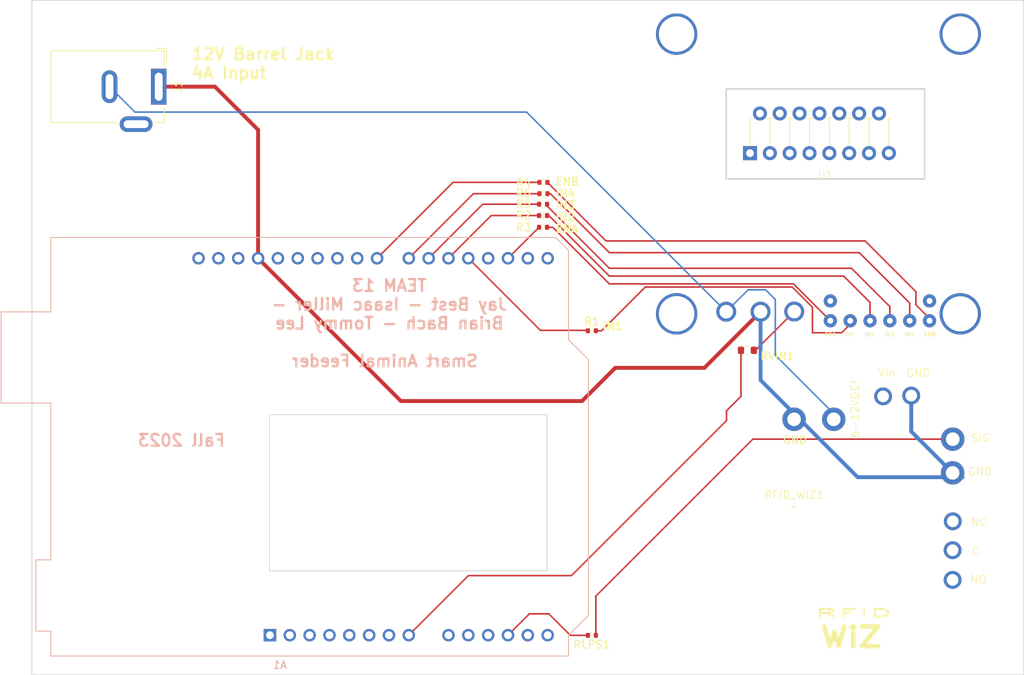
<source format=kicad_pcb>
(kicad_pcb (version 20221018) (generator pcbnew)
  (layers (0 "F.Cu" signal) (31 "B.Cu" signal) (34 "B.Paste" user) (35 "F.Paste" user) (36 "B.SilkS" user "B.Silkscreen") (37 "F.SilkS" user "F.Silkscreen") (38 "B.Mask" user) (39 "F.Mask" user) (44 "Edge.Cuts" user))
  (net 0 "")
  (net 8 "GND")
  (net 15 "Net-(A1-VIN)")
  (net 28 "/Motor voltage 2 -")
  (net 29 "/Motor voltage 2 +")
  (net 31 "Net-(U1-IN1)")
  (net 32 "Net-(A1-D7)")
  (net 33 "Net-(A1-D6)")
  (net 34 "Net-(U1-EnA)")
  (net 35 "Net-(U1-IN2)")
  (net 36 "Net-(U1-IN3)")
  (net 37 "Net-(U1-EnB)")
  (net 38 "Net-(U1-IN4)")
  (net 39 "Net-(A1-D8)")
  (net 41 "Net-(U1-Vs)")
  (net 42 "unconnected-(A1-D12-Pad27)")
  (net 43 "Net-(A1-A3)")
  (net 44 "/12V Power Supply Input; 4A")
  (net 45 "/m ctrl 2")
  (net 46 "/m ctrl 1")
  (net 47 "/enable pin A")
  (net 48 "Net-(RFID_WIZ1-SIG)")
  (net 49 "/Motor voltage 1 -")
  (net 50 "/Motor voltage 1 +")
  (footprint "Connector_BarrelJack:BarrelJack_GCT_DCJ200-10-A_Horizontal" (layer "F.Cu") (at 115.3 23.75 -90)
    (fp_text reference "J1" (at 0 -2.5 90) (layer "F.SilkS"))
    (fp_text value "Barrel_Jack")
    (fp_line (start -4.9 -1) (end -4.9 0.3) (stroke (width 0.12)) (layer "F.SilkS"))
    (fp_line (start -4.6 -0.7) (end -2.6 -0.7) (stroke (width 0.12)) (layer "F.SilkS"))
    (fp_line (start -4.6 13.8) (end -4.6 -0.7) (stroke (width 0.12)) (layer "F.SilkS"))
    (fp_line (start -3.2 -1) (end -4.9 -1) (stroke (width 0.12)) (layer "F.SilkS"))
    (fp_line (start 2.6 -0.7) (end 4.6 -0.7) (stroke (width 0.12)) (layer "F.SilkS"))
    (fp_line (start 4.6 -0.7) (end 4.6 0.6) (stroke (width 0.12)) (layer "F.SilkS"))
    (fp_line (start 4.6 5.2) (end 4.6 13.8) (stroke (width 0.12)) (layer "F.SilkS"))
    (fp_line (start 4.6 13.8) (end -4.6 13.8) (stroke (width 0.12)) (layer "F.SilkS"))
    (pad "1" thru_hole rect (at 0 0 270) (size 4.6 2) (drill oval 3.6 1) (layers "*.Cu" "*.Mask") (net 8 "GND"))
    (pad "2" thru_hole oval (at 0 6.3 270) (size 4.2 2) (drill oval 3.2 1) (layers "*.Cu" "*.Mask") (net 44 "/12V Power Supply Input; 4A"))
    (pad "3" thru_hole oval (at 4.8 2.9 270) (size 2 4.2) (drill oval 1 3.2) (layers "*.Cu" "*.Mask"))
  )
  (footprint "Resistor_SMD:R_0402_1005Metric" (layer "F.Cu") (at 164.51 38.8)
    (fp_text reference "R5" (at -2.51 0) (layer "F.SilkS"))
    (fp_text value "R_US" hide)
    (fp_line (start -0.153641 -0.38) (end 0.153641 -0.38) (stroke (width 0.12)) (layer "F.SilkS"))
    (fp_line (start -0.153641 0.38) (end 0.153641 0.38) (stroke (width 0.12)) (layer "F.SilkS"))
    (pad "1" smd roundrect (at -0.51 0) (size 0.54 0.64) (layers "F.Cu" "F.Paste" "F.Mask") (net 33 "Net-(A1-D6)"))
    (pad "2" smd roundrect (at 0.51 0) (size 0.54 0.64) (layers "F.Cu" "F.Paste" "F.Mask") (net 36 "Net-(U1-IN3)"))
  )
  (footprint "Resistor_SMD:R_0402_1005Metric" (layer "F.Cu") (at 170.76 55)
    (fp_text reference "R1" (at 0 -1.17) (layer "F.SilkS"))
    (fp_text value "R_US" hide)
    (fp_line (start -0.153641 -0.38) (end 0.153641 -0.38) (stroke (width 0.12)) (layer "F.SilkS"))
    (fp_line (start -0.153641 0.38) (end 0.153641 0.38) (stroke (width 0.12)) (layer "F.SilkS"))
    (pad "1" smd roundrect (at -0.51 0) (size 0.54 0.64) (layers "F.Cu" "F.Paste" "F.Mask") (net 46 "/m ctrl 1"))
    (pad "2" smd roundrect (at 0.51 0) (size 0.54 0.64) (layers "F.Cu" "F.Paste" "F.Mask") (net 31 "Net-(U1-IN1)"))
  )
  (footprint "Resistor_SMD:R_0402_1005Metric" (layer "F.Cu") (at 170.76 94 180)
    (fp_text reference "RLPS1" (at 0 -1.17) (layer "F.SilkS"))
    (fp_text value "R_Small_US" hide)
    (fp_line (start -0.153641 -0.38) (end 0.153641 -0.38) (stroke (width 0.12)) (layer "F.SilkS"))
    (fp_line (start -0.153641 0.38) (end 0.153641 0.38) (stroke (width 0.12)) (layer "F.SilkS"))
    (pad "1" smd roundrect (at -0.51 0 180) (size 0.54 0.64) (layers "F.Cu" "F.Paste" "F.Mask") (net 48 "Net-(RFID_WIZ1-SIG)"))
    (pad "2" smd roundrect (at 0.51 0 180) (size 0.54 0.64) (layers "F.Cu" "F.Paste" "F.Mask") (net 43 "Net-(A1-A3)"))
  )
  (footprint "RFID:L298N" (layer "F.Cu") (at 200.66 35.56)
    (fp_text reference "U1" (at 0 -0.5 unlocked) (layer "F.SilkS") (effects (font (thickness 0.1))))
    (fp_text value "L298N")
    (fp_text user "IN4" (at 10.033 20.193 unlocked) (layer "F.SilkS") (effects (font (size 0.5 0.5) (thickness 0.1)) (justify left bottom)))
    (fp_text user "IN2" (at 4.953 20.193 unlocked) (layer "F.SilkS") (effects (font (size 0.5 0.5) (thickness 0.1)) (justify left bottom)))
    (fp_text user "ENA" (at -0.127 20.193 unlocked) (layer "F.SilkS") (effects (font (size 0.5 0.5) (thickness 0.1)) (justify left bottom)))
    (fp_text user "ENB" (at 12.573 20.193 unlocked) (layer "F.SilkS") (effects (font (size 0.5 0.5) (thickness 0.1)) (justify left bottom)))
    (fp_text user "IN1" (at 2.413 20.193 unlocked) (layer "F.SilkS") (effects (font (size 0.5 0.5) (thickness 0.1)) (justify left bottom)))
    (fp_text user "IN3" (at 7.493 20.193 unlocked) (layer "F.SilkS") (effects (font (size 0.5 0.5) (thickness 0.1)) (justify left bottom)))
    (fp_line (start -9.652 -7.761) (end -9.652 -4.352) (stroke (width 0.12)) (layer "F.SilkS"))
    (fp_line (start -7.457 -7.761) (end -6.766 -7.761) (stroke (width 0.12)) (layer "F.SilkS"))
    (fp_line (start -7.112 -7.761) (end -7.112 -4.367) (stroke (width 0.12)) (layer "F.SilkS"))
    (fp_line (start -4.917 -7.761) (end -4.226 -7.761) (stroke (width 0.12)) (layer "F.SilkS"))
    (fp_line (start -4.572 -7.761) (end -4.572 -4.367) (stroke (width 0.12)) (layer "F.SilkS"))
    (fp_line (start -2.377 -7.761) (end -1.686 -7.761) (stroke (width 0.12)) (layer "F.SilkS"))
    (fp_line (start -2.032 -7.761) (end -2.032 -4.367) (stroke (width 0.12)) (layer "F.SilkS"))
    (fp_line (start 0.163 -7.761) (end 0.854 -7.761) (stroke (width 0.12)) (layer "F.SilkS"))
    (fp_line (start 0.508 -7.761) (end 0.508 -4.367) (stroke (width 0.12)) (layer "F.SilkS"))
    (fp_line (start 2.703 -7.761) (end 3.394 -7.761) (stroke (width 0.12)) (layer "F.SilkS"))
    (fp_line (start 3.048 -7.761) (end 3.048 -4.367) (stroke (width 0.12)) (layer "F.SilkS"))
    (fp_line (start 5.243 -7.761) (end 5.934 -7.761) (stroke (width 0.12)) (layer "F.SilkS"))
    (fp_line (start 5.588 -7.761) (end 5.588 -4.367) (stroke (width 0.12)) (layer "F.SilkS"))
    (fp_line (start 8.128 -7.761) (end 8.128 -4.367) (stroke (width 0.12)) (layer "F.SilkS"))
    (pad "1" thru_hole rect (at -9.652 -3.302) (size 1.8 1.8) (drill 1) (layers "*.Cu" "*.Mask"))
    (pad "2" thru_hole oval (at -8.382 -8.382) (size 1.8 1.8) (drill 1) (layers "*.Cu" "*.Mask") (net 49 "/Motor voltage 1 -"))
    (pad "3" thru_hole oval (at -7.112 -3.302) (size 1.8 1.8) (drill 1) (layers "*.Cu" "*.Mask") (net 50 "/Motor voltage 1 +"))
    (pad "4" thru_hole oval (at -5.842 -8.382) (size 1.8 1.8) (drill 1) (layers "*.Cu" "*.Mask"))
    (pad "5" thru_hole oval (at -4.572 -3.302) (size 1.8 1.8) (drill 1) (layers "*.Cu" "*.Mask"))
    (pad "6" thru_hole oval (at -3.302 -8.382) (size 1.8 1.8) (drill 1) (layers "*.Cu" "*.Mask"))
    (pad "7" thru_hole oval (at -2.032 -3.302) (size 1.8 1.8) (drill 1) (layers "*.Cu" "*.Mask"))
    (pad "8" thru_hole oval (at -0.762 -8.382) (size 1.8 1.8) (drill 1) (layers "*.Cu" "*.Mask"))
    (pad "9" thru_hole oval (at 0.508 -3.302) (size 1.8 1.8) (drill 1) (layers "*.Cu" "*.Mask"))
    (pad "10" thru_hole oval (at 1.778 -8.382) (size 1.8 1.8) (drill 1) (layers "*.Cu" "*.Mask"))
    (pad "11" thru_hole oval (at 3.048 -3.302) (size 1.8 1.8) (drill 1) (layers "*.Cu" "*.Mask"))
    (pad "12" thru_hole oval (at 4.318 -8.382) (size 1.8 1.8) (drill 1) (layers "*.Cu" "*.Mask"))
    (pad "13" thru_hole oval (at 5.588 -3.302) (size 1.8 1.8) (drill 1) (layers "*.Cu" "*.Mask") (net 28 "/Motor voltage 2 -"))
    (pad "14" thru_hole oval (at 6.858 -8.382) (size 1.8 1.8) (drill 1) (layers "*.Cu" "*.Mask") (net 29 "/Motor voltage 2 +"))
    (pad "15" thru_hole oval (at 8.128 -3.302) (size 1.8 1.8) (drill 1) (layers "*.Cu" "*.Mask"))
    (pad "23" thru_hole circle (at 0.635 18.161) (size 1.7 1.7) (drill 0.762) (layers "*.Cu" "*.Mask") (net 34 "Net-(U1-EnA)"))
    (pad "24" thru_hole circle (at 0.635 15.621) (size 1.7 1.7) (drill 0.762) (layers "*.Cu" "*.Mask"))
    (pad "25" thru_hole circle (at -19.05 -18.542) (size 5.3 5.3) (drill 4.55) (layers "*.Cu" "*.Mask"))
    (pad "25" thru_hole circle (at -19.05 17.272) (size 5.3 5.3) (drill 4.55) (layers "*.Cu" "*.Mask"))
    (pad "25" thru_hole circle (at 17.272 -18.542) (size 5.3 5.3) (drill 4.55) (layers "*.Cu" "*.Mask"))
    (pad "25" thru_hole circle (at 17.272 17.272) (size 5.3 5.3) (drill 4.5) (layers "*.Cu" "*.Mask"))
    (pad "26" thru_hole circle (at 3.175 18.161) (size 1.7 1.7) (drill 0.762) (layers "*.Cu" "*.Mask") (net 31 "Net-(U1-IN1)"))
    (pad "27" thru_hole circle (at 5.715 18.161) (size 1.7 1.7) (drill 0.762) (layers "*.Cu" "*.Mask") (net 35 "Net-(U1-IN2)"))
    (pad "28" thru_hole circle (at 8.255 18.161) (size 1.7 1.7) (drill 0.762) (layers "*.Cu" "*.Mask") (net 36 "Net-(U1-IN3)"))
    (pad "29" thru_hole circle (at 10.795 18.161) (size 1.7 1.7) (drill 0.762) (layers "*.Cu" "*.Mask") (net 38 "Net-(U1-IN4)"))
    (pad "30" thru_hole circle (at 13.335 18.161) (size 1.7 1.7) (drill 0.762) (layers "*.Cu" "*.Mask") (net 37 "Net-(U1-EnB)"))
    (pad "31" thru_hole circle (at 13.335 15.621) (size 1.7 1.7) (drill 0.762) (layers "*.Cu" "*.Mask"))
    (pad "32" thru_hole circle (at -3.99 16.98) (size 2.55 2.55) (drill 1.75) (layers "*.Cu" "*.Mask") (net 41 "Net-(U1-Vs)"))
    (pad "33" thru_hole circle (at -8.3 17) (size 2.55 2.55) (drill 1.75) (layers "*.Cu" "*.Mask") (net 8 "GND"))
    (pad "34" thru_hole circle (at -12.7 17) (size 2.55 2.55) (drill 1.75) (layers "*.Cu" "*.Mask") (net 44 "/12V Power Supply Input; 4A"))
  )
  (footprint "Resistor_SMD:R_0402_1005Metric" (layer "F.Cu") (at 164.51 41.75)
    (fp_text reference "R3" (at -2.51 0) (layer "F.SilkS"))
    (fp_text value "R_US" hide)
    (fp_line (start -0.153641 -0.38) (end 0.153641 -0.38) (stroke (width 0.12)) (layer "F.SilkS"))
    (fp_line (start -0.153641 0.38) (end 0.153641 0.38) (stroke (width 0.12)) (layer "F.SilkS"))
    (pad "1" smd roundrect (at -0.51 0) (size 0.54 0.64) (layers "F.Cu" "F.Paste" "F.Mask") (net 47 "/enable pin A"))
    (pad "2" smd roundrect (at 0.51 0) (size 0.54 0.64) (layers "F.Cu" "F.Paste" "F.Mask") (net 34 "Net-(U1-EnA)"))
  )
  (footprint "Resistor_SMD:R_0402_1005Metric" (layer "F.Cu") (at 164.51 40.25)
    (fp_text reference "R2" (at -2.51 -0.05) (layer "F.SilkS"))
    (fp_text value "R_US" hide)
    (fp_line (start -0.153641 -0.38) (end 0.153641 -0.38) (stroke (width 0.12)) (layer "F.SilkS"))
    (fp_line (start -0.153641 0.38) (end 0.153641 0.38) (stroke (width 0.12)) (layer "F.SilkS"))
    (pad "1" smd roundrect (at -0.51 0) (size 0.54 0.64) (layers "F.Cu" "F.Paste" "F.Mask") (net 45 "/m ctrl 2"))
    (pad "2" smd roundrect (at 0.51 0) (size 0.54 0.64) (layers "F.Cu" "F.Paste" "F.Mask") (net 35 "Net-(U1-IN2)"))
  )
  (footprint "RFID:RFID_WIZ" (layer "F.Cu") (at 196.65 76.5)
    (fp_text reference "RFID_WIZ1" (at 0 -0.5 unlocked) (layer "F.SilkS") (effects (font (thickness 0.1))))
    (fp_text value "~" (at 0 1 unlocked) (layer "F.SilkS"))
    (fp_text user "GND" (at -1.5 -6.9 unlocked) (layer "F.SilkS") (effects (justify left bottom)))
    (fp_text user "GND" (at 14.3 -15.5 unlocked) (layer "F.SilkS") (effects (font (thickness 0.1)) (justify left bottom)))
    (fp_text user "WiZ" (at 7.3 19.2 unlocked) (layer "F.SilkS") (effects (font (size 2.5 3) (thickness 0.6) bold) (justify bottom)))
    (fp_text user "NO" (at 22.5 10.9 unlocked) (layer "F.SilkS") (effects (font (thickness 0.1)) (justify left bottom)))
    (fp_text user "NC" (at 22.6 3.6 unlocked) (layer "F.SilkS") (effects (font (thickness 0.1)) (justify left bottom)))
    (fp_text user "C" (at 22.7 7.3 unlocked) (layer "F.SilkS") (effects (font (thickness 0.1)) (justify left bottom)))
    (fp_text user "6-12VDC!" (at 8.4 -7.7 90 unlocked) (layer "F.SilkS") (effects (font (thickness 0.1)) (justify left bottom)))
    (fp_text user "Vin" (at 10.7 -15.5 unlocked) (layer "F.SilkS") (effects (font (thickness 0.1)) (justify left bottom)))
    (fp_text user "RFID" (at 7.62 15.24 unlocked) (layer "F.SilkS") (effects (font (size 1 3) (thickness 0.25) bold) (justify bottom)))
    (fp_text user "GND" (at 22.2 -2.9 unlocked) (layer "F.SilkS") (effects (font (thickness 0.1)) (justify left bottom)))
    (fp_text user "SIG" (at 22.6 -7.2 unlocked) (layer "F.SilkS") (effects (font (thickness 0.1)) (justify left bottom)))
    (pad "" np_thru_hole circle (at -20.2 -12.8) (size 5 5) (drill 5) (layers "F&B.Cu" "*.Mask"))
    (pad "" np_thru_hole circle (at -20.2 15.6) (size 5 5) (drill 5) (layers "F&B.Cu" "*.Mask"))
    (pad "" np_thru_hole circle (at 20.6 16) (size 5 5) (drill 5) (layers "F&B.Cu" "*.Mask"))
    (pad "" np_thru_hole circle (at 21.3 -13.6) (size 5 5) (drill 5) (layers "F&B.Cu" "*.Mask"))
    (pad "1" thru_hole circle (at 20.3 10.4) (size 2.286 2.286) (drill 1.5) (layers "*.Cu" "*.Mask"))
    (pad "2" thru_hole circle (at 20.3 6.6) (size 2.286 2.286) (drill 1.5) (layers "*.Cu" "*.Mask"))
    (pad "3" thru_hole circle (at 20.32 2.9) (size 2.286 2.286) (drill 1.5) (layers "*.Cu" "*.Mask"))
    (pad "4" thru_hole circle (at 20.3 -3.3) (size 3 3) (drill 1.75) (layers "*.Cu" "*.Mask") (net 8 "GND"))
    (pad "5" thru_hole circle (at 20.32 -7.62) (size 3 3) (drill 1.75) (layers "*.Cu" "*.Mask") (net 48 "Net-(RFID_WIZ1-SIG)"))
    (pad "6" thru_hole circle (at 15 -13.2) (size 2.286 2.286) (drill 1.5) (layers "*.Cu" "*.Mask") (net 8 "GND"))
    (pad "7" thru_hole circle (at 11.4 -13.1) (size 2.286 2.286) (drill 1.5) (layers "*.Cu" "*.Mask"))
    (pad "8" thru_hole circle (at 5.08 -10.16) (size 3 3) (drill 1.75) (layers "*.Cu" "*.Mask") (net 44 "/12V Power Supply Input; 4A"))
    (pad "9" thru_hole circle (at 0 -10.16) (size 3 3) (drill 1.75) (layers "*.Cu" "*.Mask") (net 8 "GND"))
  )
  (footprint "Resistor_SMD:R_0402_1005Metric" (layer "F.Cu") (at 164.56 36)
    (fp_text reference "R4" (at -2.56 0.1) (layer "F.SilkS"))
    (fp_text value "R_US" hide)
    (fp_line (start -0.153641 -0.38) (end 0.153641 -0.38) (stroke (width 0.12)) (layer "F.SilkS"))
    (fp_line (start -0.153641 0.38) (end 0.153641 0.38) (stroke (width 0.12)) (layer "F.SilkS"))
    (pad "1" smd roundrect (at -0.51 0) (size 0.54 0.64) (layers "F.Cu" "F.Paste" "F.Mask") (net 39 "Net-(A1-D8)"))
    (pad "2" smd roundrect (at 0.51 0) (size 0.54 0.64) (layers "F.Cu" "F.Paste" "F.Mask") (net 37 "Net-(U1-EnB)"))
  )
  (footprint "Resistor_SMD:R_0402_1005Metric" (layer "F.Cu") (at 164.56 37.45)
    (fp_text reference "R6" (at -2.56 -0.05) (layer "F.SilkS"))
    (fp_text value "R_US" hide)
    (fp_line (start -0.153641 -0.38) (end 0.153641 -0.38) (stroke (width 0.12)) (layer "F.SilkS"))
    (fp_line (start -0.153641 0.38) (end 0.153641 0.38) (stroke (width 0.12)) (layer "F.SilkS"))
    (pad "1" smd roundrect (at -0.51 0) (size 0.54 0.64) (layers "F.Cu" "F.Paste" "F.Mask") (net 32 "Net-(A1-D7)"))
    (pad "2" smd roundrect (at 0.51 0) (size 0.54 0.64) (layers "F.Cu" "F.Paste" "F.Mask") (net 38 "Net-(U1-IN4)"))
  )
  (footprint "Resistor_SMD:R_0603_1608Metric" (layer "F.Cu") (at 190.675 57.5)
    (fp_text reference "RVIN1" (at 3.825 0.75) (layer "F.SilkS"))
    (fp_text value "R_US" hide)
    (fp_line (start -0.237258 -0.5225) (end 0.237258 -0.5225) (stroke (width 0.12)) (layer "F.SilkS"))
    (fp_line (start -0.237258 0.5225) (end 0.237258 0.5225) (stroke (width 0.12)) (layer "F.SilkS"))
    (pad "1" smd roundrect (at -0.825 0) (size 0.8 0.95) (layers "F.Cu" "F.Paste" "F.Mask") (net 15 "Net-(A1-VIN)"))
    (pad "2" smd roundrect (at 0.825 0) (size 0.8 0.95) (layers "F.Cu" "F.Paste" "F.Mask") (net 41 "Net-(U1-Vs)"))
  )
  (footprint "Module:Arduino_UNO_R3_WithMountingHoles" (layer "B.Cu") (at 129.54 93.98)
    (fp_text reference "A1" (at 1.27 3.81 180) (layer "B.SilkS") (effects (justify mirror)))
    (fp_text value "Arduino_UNO_R3")
    (fp_line (start -34.42 -41.4) (end -28.07 -41.4) (stroke (width 0.12)) (layer "B.SilkS"))
    (fp_line (start -34.42 -29.72) (end -34.42 -41.4) (stroke (width 0.12)) (layer "B.SilkS"))
    (fp_line (start -29.97 -9.65) (end -28.07 -9.65) (stroke (width 0.12)) (layer "B.SilkS"))
    (fp_line (start -29.97 -0.51) (end -29.97 -9.65) (stroke (width 0.12)) (layer "B.SilkS"))
    (fp_line (start -28.07 -50.93) (end 36.58 -50.93) (stroke (width 0.12)) (layer "B.SilkS"))
    (fp_line (start -28.07 -41.4) (end -28.07 -50.93) (stroke (width 0.12)) (layer "B.SilkS"))
    (fp_line (start -28.07 -29.72) (end -34.42 -29.72) (stroke (width 0.12)) (layer "B.SilkS"))
    (fp_line (start -28.07 -9.65) (end -28.07 -29.72) (stroke (width 0.12)) (layer "B.SilkS"))
    (fp_line (start -28.07 -0.51) (end -29.97 -0.51) (stroke (width 0.12)) (layer "B.SilkS"))
    (fp_line (start -28.07 2.67) (end -28.07 -0.51) (stroke (width 0.12)) (layer "B.SilkS"))
    (fp_line (start 36.58 -50.93) (end 38.23 -49.28) (stroke (width 0.12)) (layer "B.SilkS"))
    (fp_line (start 38.23 -49.28) (end 38.23 -37.85) (stroke (width 0.12)) (layer "B.SilkS"))
    (fp_line (start 38.23 -37.85) (end 40.77 -35.31) (stroke (width 0.12)) (layer "B.SilkS"))
    (fp_line (start 38.23 0) (end 38.23 2.67) (stroke (width 0.12)) (layer "B.SilkS"))
    (fp_line (start 38.23 2.67) (end -28.07 2.67) (stroke (width 0.12)) (layer "B.SilkS"))
    (fp_line (start 40.77 -35.31) (end 40.77 -2.54) (stroke (width 0.12)) (layer "B.SilkS"))
    (fp_line (start 40.77 -2.54) (end 38.23 0) (stroke (width 0.12)) (layer "B.SilkS"))
    (pad "" np_thru_hole circle (at -13.97 0 270) (size 3.2 3.2) (drill 3.2) (layers "*.Cu" "*.Mask"))
    (pad "" np_thru_hole circle (at -12.7 -48.26 270) (size 3.2 3.2) (drill 3.2) (layers "*.Cu" "*.Mask"))
    (pad "" np_thru_hole circle (at 38.1 -33.02 270) (size 3.2 3.2) (drill 3.2) (layers "*.Cu" "*.Mask"))
    (pad "" np_thru_hole circle (at 38.1 -5.08 270) (size 3.2 3.2) (drill 3.2) (layers "*.Cu" "*.Mask"))
    (pad "1" thru_hole rect (at 0 0 270) (size 1.6 1.6) (drill 1) (layers "*.Cu" "*.Mask"))
    (pad "2" thru_hole oval (at 2.54 0 270) (size 1.6 1.6) (drill 1) (layers "*.Cu" "*.Mask"))
    (pad "3" thru_hole oval (at 5.08 0 270) (size 1.6 1.6) (drill 1) (layers "*.Cu" "*.Mask"))
    (pad "4" thru_hole oval (at 7.62 0 270) (size 1.6 1.6) (drill 1) (layers "*.Cu" "*.Mask"))
    (pad "5" thru_hole oval (at 10.16 0 270) (size 1.6 1.6) (drill 1) (layers "*.Cu" "*.Mask"))
    (pad "6" thru_hole oval (at 12.7 0 270) (size 1.6 1.6) (drill 1) (layers "*.Cu" "*.Mask"))
    (pad "7" thru_hole oval (at 15.24 0 270) (size 1.6 1.6) (drill 1) (layers "*.Cu" "*.Mask"))
    (pad "8" thru_hole oval (at 17.78 0 270) (size 1.6 1.6) (drill 1) (layers "*.Cu" "*.Mask") (net 15 "Net-(A1-VIN)"))
    (pad "9" thru_hole oval (at 22.86 0 270) (size 1.6 1.6) (drill 1) (layers "*.Cu" "*.Mask"))
    (pad "10" thru_hole oval (at 25.4 0 270) (size 1.6 1.6) (drill 1) (layers "*.Cu" "*.Mask"))
    (pad "11" thru_hole oval (at 27.94 0 270) (size 1.6 1.6) (drill 1) (layers "*.Cu" "*.Mask"))
    (pad "12" thru_hole oval (at 30.48 0 270) (size 1.6 1.6) (drill 1) (layers "*.Cu" "*.Mask") (net 43 "Net-(A1-A3)"))
    (pad "13" thru_hole oval (at 33.02 0 270) (size 1.6 1.6) (drill 1) (layers "*.Cu" "*.Mask"))
    (pad "14" thru_hole oval (at 35.56 0 270) (size 1.6 1.6) (drill 1) (layers "*.Cu" "*.Mask"))
    (pad "15" thru_hole oval (at 35.56 -48.26 270) (size 1.6 1.6) (drill 1) (layers "*.Cu" "*.Mask"))
    (pad "16" thru_hole oval (at 33.02 -48.26 270) (size 1.6 1.6) (drill 1) (layers "*.Cu" "*.Mask"))
    (pad "17" thru_hole oval (at 30.48 -48.26 270) (size 1.6 1.6) (drill 1) (layers "*.Cu" "*.Mask") (net 47 "/enable pin A"))
    (pad "18" thru_hole oval (at 27.94 -48.26 270) (size 1.6 1.6) (drill 1) (layers "*.Cu" "*.Mask"))
    (pad "19" thru_hole oval (at 25.4 -48.26 270) (size 1.6 1.6) (drill 1) (layers "*.Cu" "*.Mask") (net 46 "/m ctrl 1"))
    (pad "20" thru_hole oval (at 22.86 -48.26 270) (size 1.6 1.6) (drill 1) (layers "*.Cu" "*.Mask") (net 45 "/m ctrl 2"))
    (pad "21" thru_hole oval (at 20.32 -48.26 270) (size 1.6 1.6) (drill 1) (layers "*.Cu" "*.Mask") (net 33 "Net-(A1-D6)"))
    (pad "22" thru_hole oval (at 17.78 -48.26 270) (size 1.6 1.6) (drill 1) (layers "*.Cu" "*.Mask") (net 32 "Net-(A1-D7)"))
    (pad "23" thru_hole oval (at 13.72 -48.26 270) (size 1.6 1.6) (drill 1) (layers "*.Cu" "*.Mask") (net 39 "Net-(A1-D8)"))
    (pad "24" thru_hole oval (at 11.18 -48.26 270) (size 1.6 1.6) (drill 1) (layers "*.Cu" "*.Mask"))
    (pad "25" thru_hole oval (at 8.64 -48.26 270) (size 1.6 1.6) (drill 1) (layers "*.Cu" "*.Mask"))
    (pad "26" thru_hole oval (at 6.1 -48.26 270) (size 1.6 1.6) (drill 1) (layers "*.Cu" "*.Mask"))
    (pad "27" thru_hole oval (at 3.56 -48.26 270) (size 1.6 1.6) (drill 1) (layers "*.Cu" "*.Mask") (net 42 "unconnected-(A1-D12-Pad27)"))
    (pad "28" thru_hole oval (at 1.02 -48.26 270) (size 1.6 1.6) (drill 1) (layers "*.Cu" "*.Mask"))
    (pad "29" thru_hole oval (at -1.52 -48.26 270) (size 1.6 1.6) (drill 1) (layers "*.Cu" "*.Mask") (net 8 "GND"))
    (pad "30" thru_hole oval (at -4.06 -48.26 270) (size 1.6 1.6) (drill 1) (layers "*.Cu" "*.Mask"))
    (pad "31" thru_hole oval (at -6.6 -48.26 270) (size 1.6 1.6) (drill 1) (layers "*.Cu" "*.Mask"))
    (pad "32" thru_hole oval (at -9.14 -48.26 270) (size 1.6 1.6) (drill 1) (layers "*.Cu" "*.Mask"))
  )
  (gr_rect (start 99.06 12.7) (end 226.06 99.06) (stroke (width 0.1)) (fill none) (layer "Edge.Cuts"))
  (gr_rect (start 187.96 24.03) (end 213.36 35.56) (stroke (width 0.2)) (fill none) (layer "Edge.Cuts"))
  (gr_rect (start 129.5 65.75) (end 165 85.75) (stroke (width 0.1)) (fill none) (layer "Edge.Cuts"))
  (gr_text "Fall 2023\n" (at 123.93 69.91) (layer "B.SilkS") (effects (font (size 1.5 1.5) (thickness 0.3) bold) (justify left bottom mirror)))
  (gr_text "TEAM 13 \nJay Best - Isaac Miller - \nBrian Bach - Tommy Lee \n\nSmart Animal Feeder" (at 144.25 59.75) (layer "B.SilkS") (effects (font (size 1.5 1.5) (thickness 0.3) bold) (justify bottom mirror)))
  (gr_text "IN2" (at 166 41) (layer "F.SilkS") (effects (font (size 1 1) (thickness 0.2) bold) (justify left bottom)))
  (gr_text "IN1\n" (at 172 55) (layer "F.SilkS") (effects (font (size 1 1) (thickness 0.25) bold) (justify left bottom)))
  (gr_text "ENB" (at 166 36.5) (layer "F.SilkS") (effects (font (size 1 1) (thickness 0.2) bold) (justify left bottom)))
  (gr_text "ENA" (at 166 42.5) (layer "F.SilkS") (effects (font (size 1 1) (thickness 0.25) bold) (justify left bottom)))
  (gr_text "IN3" (at 166 39.5) (layer "F.SilkS") (effects (font (size 1 1) (thickness 0.2) bold) (justify left bottom)))
  (gr_text "IN4" (at 166 38) (layer "F.SilkS") (effects (font (size 1 1) (thickness 0.2) bold) (justify left bottom)))
  (gr_text "12V Barrel Jack\n4A Input\n" (at 119.38 22.86) (layer "F.SilkS") (effects (font (size 1.5 1.5) (thickness 0.3) bold) (justify left bottom)))
  (segment (start 192.36 52.56) (end 185.17 59.75) (width 0.5) (layer "F.Cu") (net 8))
  (segment (start 169.5 64) (end 146.3 64) (width 0.5) (layer "F.Cu") (net 8))
  (segment (start 122.5 23.75) (end 115.3 23.75) (width 0.5) (layer "F.Cu") (net 8))
  (segment (start 128.02 29.27) (end 128.02 45.72) (width 0.5) (layer "F.Cu") (net 8))
  (segment (start 173.75 59.75) (end 169.5 64) (width 0.5) (layer "F.Cu") (net 8))
  (segment (start 185.17 59.75) (end 173.75 59.75) (width 0.5) (layer "F.Cu") (net 8))
  (segment (start 128.02 29.27) (end 122.5 23.75) (width 0.5) (layer "F.Cu") (net 8))
  (segment (start 146.3 64) (end 128.02 45.72) (width 0.5) (layer "F.Cu") (net 8))
  (segment (start 204.79 73.75) (end 197.93 66.89) (width 0.5) (layer "B.Cu") (net 8))
  (segment (start 211.65 67.9) (end 216.95 73.2) (width 0.5) (layer "B.Cu") (net 8))
  (segment (start 192.36 52.56) (end 192.36 61.32) (width 0.5) (layer "B.Cu") (net 8))
  (segment (start 218.23 73.75) (end 204.79 73.75) (width 0.5) (layer "B.Cu") (net 8))
  (segment (start 192.36 61.32) (end 197.93 66.89) (width 0.5) (layer "B.Cu") (net 8))
  (segment (start 211.65 63.3) (end 211.65 67.9) (width 0.5) (layer "B.Cu") (net 8))
  (segment (start 154.95 86.35) (end 147.32 93.98) (width 0.2) (layer "F.Cu") (net 15))
  (segment (start 189.85 63.4) (end 188 65.25) (width 0.2) (layer "F.Cu") (net 15))
  (segment (start 188 66.5) (end 168.15 86.35) (width 0.2) (layer "F.Cu") (net 15))
  (segment (start 189.85 57.5) (end 189.85 63.4) (width 0.2) (layer "F.Cu") (net 15))
  (segment (start 168.15 86.35) (end 154.95 86.35) (width 0.2) (layer "F.Cu") (net 15))
  (segment (start 188 65.25) (end 188 66.5) (width 0.2) (layer "F.Cu") (net 15))
  (segment (start 199 55.25) (end 199 51.991686) (width 0.2) (layer "F.Cu") (net 31))
  (segment (start 199 51.991686) (end 196.408314 49.4) (width 0.2) (layer "F.Cu") (net 31))
  (segment (start 177.6 49.4) (end 172 55) (width 0.2) (layer "F.Cu") (net 31))
  (segment (start 203.835 54.165) (end 202.75 55.25) (width 0.2) (layer "F.Cu") (net 31))
  (segment (start 202.75 55.25) (end 199 55.25) (width 0.2) (layer "F.Cu") (net 31))
  (segment (start 172 55) (end 171.1 55) (width 0.2) (layer "F.Cu") (net 31))
  (segment (start 203.835 53.721) (end 203.835 54.165) (width 0.2) (layer "F.Cu") (net 31))
  (segment (start 196.408314 49.4) (end 177.6 49.4) (width 0.2) (layer "F.Cu") (net 31))
  (segment (start 164.05 37.45) (end 155.59 37.45) (width 0.2) (layer "F.Cu") (net 32))
  (segment (start 155.59 37.45) (end 147.32 45.72) (width 0.2) (layer "F.Cu") (net 32))
  (segment (start 156.78 38.8) (end 149.86 45.72) (width 0.2) (layer "F.Cu") (net 33))
  (segment (start 164 38.8) (end 156.78 38.8) (width 0.2) (layer "F.Cu") (net 33))
  (segment (start 196.574 49) (end 173 49) (width 0.2) (layer "F.Cu") (net 34))
  (segment (start 165.75 41.75) (end 165.02 41.75) (width 0.2) (layer "F.Cu") (net 34))
  (segment (start 173 49) (end 165.75 41.75) (width 0.2) (layer "F.Cu") (net 34))
  (segment (start 201.295 53.721) (end 196.574 49) (width 0.2) (layer "F.Cu") (net 34))
  (segment (start 165.25 40.25) (end 165.02 40.25) (width 0.2) (layer "F.Cu") (net 35))
  (segment (start 173 48) (end 165.25 40.25) (width 0.2) (layer "F.Cu") (net 35))
  (segment (start 206.375 53.721) (end 206.375 51.375) (width 0.2) (layer "F.Cu") (net 35))
  (segment (start 203 48) (end 173 48) (width 0.2) (layer "F.Cu") (net 35))
  (segment (start 206.375 51.375) (end 203 48) (width 0.2) (layer "F.Cu") (net 35))
  (segment (start 208.915 51.915) (end 204 47) (width 0.2) (layer "F.Cu") (net 36))
  (segment (start 173 47) (end 165.02 39.02) (width 0.2) (layer "F.Cu") (net 36))
  (segment (start 204 47) (end 173 47) (width 0.2) (layer "F.Cu") (net 36))
  (segment (start 208.915 53.721) (end 208.915 51.915) (width 0.2) (layer "F.Cu") (net 36))
  (segment (start 165.02 39.02) (end 165.02 38.8) (width 0.2) (layer "F.Cu") (net 36))
  (segment (start 212.25 51.684314) (end 212.25 50) (width 0.2) (layer "F.Cu") (net 37))
  (segment (start 213.995 53.721) (end 213.995 53.429314) (width 0.2) (layer "F.Cu") (net 37))
  (segment (start 172.57 43.5) (end 165.07 36) (width 0.2) (layer "F.Cu") (net 37))
  (segment (start 212.25 50) (end 205.75 43.5) (width 0.2) (layer "F.Cu") (net 37))
  (segment (start 213.995 53.429314) (end 212.25 51.684314) (width 0.2) (layer "F.Cu") (net 37))
  (segment (start 205.75 43.5) (end 172.57 43.5) (width 0.2) (layer "F.Cu") (net 37))
  (segment (start 211.455 51.455) (end 205 45) (width 0.2) (layer "F.Cu") (net 38))
  (segment (start 173 45) (end 165.45 37.45) (width 0.2) (layer "F.Cu") (net 38))
  (segment (start 211.455 53.721) (end 211.455 51.455) (width 0.2) (layer "F.Cu") (net 38))
  (segment (start 165.45 37.45) (end 165.07 37.45) (width 0.2) (layer "F.Cu") (net 38))
  (segment (start 205 45) (end 173 45) (width 0.2) (layer "F.Cu") (net 38))
  (segment (start 164.05 36) (end 152.98 36) (width 0.2) (layer "F.Cu") (net 39))
  (segment (start 152.98 36) (end 143.26 45.72) (width 0.2) (layer "F.Cu") (net 39))
  (segment (start 196.67 52.54) (end 191.71 57.5) (width 0.2) (layer "F.Cu") (net 41))
  (segment (start 133 45.62) (end 133.1 45.72) (width 0.2) (layer "F.Cu") (net 42))
  (segment (start 168 94) (end 165.25 91.25) (width 0.2) (layer "F.Cu") (net 43))
  (segment (start 170.25 94) (end 168 94) (width 0.2) (layer "F.Cu") (net 43))
  (segment (start 162.75 91.25) (end 160.02 93.98) (width 0.2) (layer "F.Cu") (net 43))
  (segment (start 165.25 91.25) (end 162.75 91.25) (width 0.2) (layer "F.Cu") (net 43))
  (segment (start 162.4 27) (end 187.677157 52.277157) (width 0.2) (layer "B.Cu") (net 44))
  (segment (start 194.25 51) (end 193 49.75) (width 0.2) (layer "B.Cu") (net 44))
  (segment (start 112.25 27) (end 162.4 27) (width 0.2) (layer "B.Cu") (net 44))
  (segment (start 194.25 58.13) (end 194.25 51) (width 0.2) (layer "B.Cu") (net 44))
  (segment (start 109 23.75) (end 112.25 27) (width 0.2) (layer "B.Cu") (net 44))
  (segment (start 190.77 49.75) (end 187.96 52.56) (width 0.2) (layer "B.Cu") (net 44))
  (segment (start 203.01 66.89) (end 194.25 58.13) (width 0.2) (layer "B.Cu") (net 44))
  (segment (start 193 49.75) (end 190.77 49.75) (width 0.2) (layer "B.Cu") (net 44))
  (segment (start 157.87 40.25) (end 152.4 45.72) (width 0.2) (layer "F.Cu") (net 45))
  (segment (start 164 40.25) (end 157.87 40.25) (width 0.2) (layer "F.Cu") (net 45))
  (segment (start 164.17 54.95) (end 170.1 54.95) (width 0.2) (layer "F.Cu") (net 46))
  (segment (start 154.94 45.72) (end 164.17 54.95) (width 0.2) (layer "F.Cu") (net 46))
  (segment (start 164 41.75) (end 163.99 41.75) (width 0.2) (layer "F.Cu") (net 47))
  (segment (start 163.99 41.75) (end 160.02 45.72) (width 0.2) (layer "F.Cu") (net 47))
  (segment (start 191.37 68.88) (end 171.25 89) (width 0.2) (layer "F.Cu") (net 48))
  (segment (start 171.27 89.02) (end 171.27 94) (width 0.2) (layer "F.Cu") (net 48))
  (segment (start 216.97 68.88) (end 191.37 68.88) (width 0.2) (layer "F.Cu") (net 48))
  (segment (start 171.25 89) (end 171.27 89.02) (width 0.2) (layer "F.Cu") (net 48))
)
</source>
